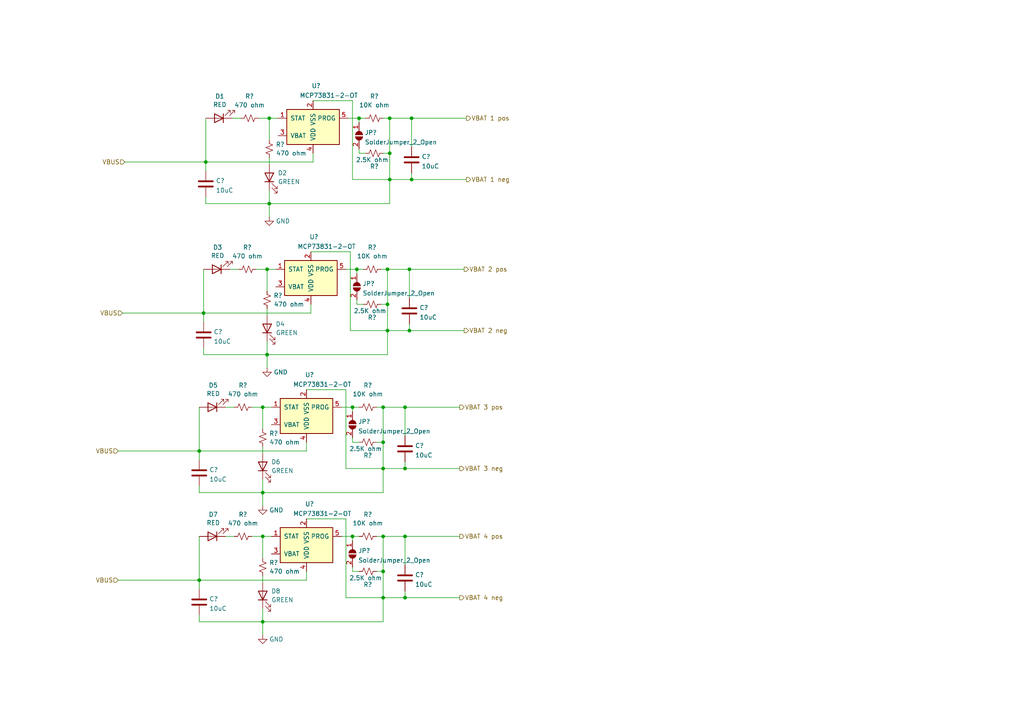
<source format=kicad_sch>
(kicad_sch (version 20211123) (generator eeschema)
  (paper "A4")
  (lib_symbols
    (symbol "Battery_Management:MCP73831-2-OT" (pin_names (offset 1.016))
      (property "Reference" "U" (at -7.62 6.35 0))
      (property "Value" "MCP73831-2-OT" (at 1.27 6.35 0))
      (symbol "MCP73831-2-OT_0_1"
        (rectangle (start -7.62 5.08) (end 7.62 -5.08) (stroke (width 0.254)) (fill (type background)))
      )
      (symbol "MCP73831-2-OT_1_1"
        (pin output line (at 10.16 -2.54 180) (length 2.54) (name "STAT") (number "1"))
        (pin power_in line (at 0 -7.62 90) (length 2.54) (name "VSS") (number "2"))
        (pin power_out line (at 10.16 2.54 180) (length 2.54) (name "VBAT") (number "3"))
        (pin power_in line (at 0 7.62 270) (length 2.54) (name "VDD") (number "4"))
        (pin input line (at -10.16 -2.54 0) (length 2.54) (name "PROG") (number "5"))
      )
    )
    (symbol "Device:C" (pin_numbers hide) (pin_names (offset 0.254))
      (property "Reference" "C" (at 0.635 2.54 0))
      (property "Value" "C" (at 0.635 -2.54 0))
      (symbol "C_0_1"
        (polyline (pts (xy -2.032 -0.762) (xy 2.032 -0.762)) (stroke (width 0.508)))
        (polyline (pts (xy -2.032 0.762) (xy 2.032 0.762)) (stroke (width 0.508)))
      )
      (symbol "C_1_1"
        (pin passive line (at 0 3.81 270) (length 2.794) (name "~") (number "1"))
        (pin passive line (at 0 -3.81 90) (length 2.794) (name "~") (number "2"))
      )
    )
    (symbol "Device:LED" (pin_numbers hide) (pin_names (offset 1.016) hide)
      (property "Reference" "D" (at 0 2.54 0))
      (property "Value" "LED" (at 0 -2.54 0))
      (symbol "LED_0_1"
        (polyline (pts (xy -1.27 -1.27) (xy -1.27 1.27)) (stroke (width 0.254)))
        (polyline (pts (xy -1.27 0) (xy 1.27 0)))
        (polyline (pts (xy 1.27 -1.27) (xy 1.27 1.27) (xy -1.27 0) (xy 1.27 -1.27)) (stroke (width 0.254)))
        (polyline (pts (xy -3.048 -0.762) (xy -4.572 -2.286) (xy -3.81 -2.286) (xy -4.572 -2.286) (xy -4.572 -1.524)))
        (polyline (pts (xy -1.778 -0.762) (xy -3.302 -2.286) (xy -2.54 -2.286) (xy -3.302 -2.286) (xy -3.302 -1.524)))
      )
      (symbol "LED_1_1"
        (pin passive line (at -3.81 0 0) (length 2.54) (name "K") (number "1"))
        (pin passive line (at 3.81 0 180) (length 2.54) (name "A") (number "2"))
      )
    )
    (symbol "Device:R_Small_US" (pin_numbers hide) (pin_names (offset 0.254) hide)
      (property "Reference" "R" (at 0.762 0.508 0))
      (property "Value" "R_Small_US" (at 0.762 -1.016 0))
      (symbol "R_Small_US_1_1"
        (polyline (pts (xy 0 0) (xy 1.016 -0.381) (xy 0 -0.762) (xy -1.016 -1.143) (xy 0 -1.524)))
        (polyline (pts (xy 0 1.524) (xy 1.016 1.143) (xy 0 0.762) (xy -1.016 0.381) (xy 0 0)))
        (pin passive line (at 0 2.54 270) (length 1.016) (name "~") (number "1"))
        (pin passive line (at 0 -2.54 90) (length 1.016) (name "~") (number "2"))
      )
    )
    (symbol "Jumper:SolderJumper_2_Open" (pin_names (offset 0) hide)
      (property "Reference" "JP" (at 0 2.032 0))
      (property "Value" "SolderJumper_2_Open" (at 0 -2.54 0))
      (symbol "SolderJumper_2_Open_0_1"
        (arc (start -0.254 1.016) (mid -1.27 0) (end -0.254 -1.016))
        (arc (start -0.254 1.016) (mid -1.27 0) (end -0.254 -1.016) (fill (type outline)))
        (polyline (pts (xy -0.254 1.016) (xy -0.254 -1.016)))
        (polyline (pts (xy 0.254 1.016) (xy 0.254 -1.016)))
        (arc (start 0.254 -1.016) (mid 1.27 0) (end 0.254 1.016))
        (arc (start 0.254 -1.016) (mid 1.27 0) (end 0.254 1.016) (fill (type outline)))
      )
      (symbol "SolderJumper_2_Open_1_1"
        (pin passive line (at -3.81 0 0) (length 2.54) (name "A") (number "1"))
        (pin passive line (at 3.81 0 180) (length 2.54) (name "B") (number "2"))
      )
    )
    (symbol "power:GND" (power) (pin_names (offset 0))
      (property "Value" "GND" (at 0 -3.81 0))
      (symbol "GND_0_1"
        (polyline (pts (xy 0 0) (xy 0 -1.27) (xy 1.27 -1.27) (xy 0 -2.54) (xy -1.27 -1.27) (xy 0 -1.27)))
      )
      (symbol "GND_1_1"
        (pin power_in line (at 0 0 270) (length 0) hide (name "GND") (number "1"))
      )
    )
  )
  (junction (at 77.47 78.105))
  (junction (at 76.2 118.11))
  (junction (at 78.105 34.29))
  (junction (at 111.125 128.27))
  (junction (at 57.785 168.275))
  (junction (at 117.475 155.575))
  (junction (at 78.105 59.055))
  (junction (at 113.03 52.07))
  (junction (at 118.745 95.885))
  (junction (at 117.475 118.11))
  (junction (at 112.395 95.885))
  (junction (at 111.125 135.89))
  (junction (at 111.125 155.575))
  (junction (at 113.03 44.45))
  (junction (at 77.47 102.87))
  (junction (at 76.2 142.875))
  (junction (at 104.14 34.29))
  (junction (at 117.475 173.355))
  (junction (at 76.2 180.34))
  (junction (at 112.395 88.265))
  (junction (at 102.235 155.575))
  (junction (at 119.38 52.07))
  (junction (at 111.125 173.355))
  (junction (at 117.475 135.89))
  (junction (at 118.745 78.105))
  (junction (at 59.055 90.805))
  (junction (at 103.505 78.105))
  (junction (at 59.69 46.99))
  (junction (at 76.2 155.575))
  (junction (at 57.785 130.81))
  (junction (at 112.395 78.105))
  (junction (at 113.03 34.29))
  (junction (at 119.38 34.29))
  (junction (at 102.235 118.11))
  (junction (at 111.125 118.11))
  (junction (at 111.125 165.735))
  (wire (pts (xy 99.06 155.575) (xy 102.235 155.575)))
  (wire (pts (xy 73.025 118.11) (xy 76.2 118.11)))
  (wire (pts (xy 76.2 167.005) (xy 76.2 168.91)))
  (wire (pts (xy 113.03 52.07) (xy 113.03 59.055)))
  (wire (pts (xy 74.295 78.105) (xy 77.47 78.105)))
  (wire (pts (xy 78.105 45.72) (xy 78.105 47.625)))
  (wire (pts (xy 112.395 78.105) (xy 118.745 78.105)))
  (wire (pts (xy 117.475 135.89) (xy 133.35 135.89)))
  (wire (pts (xy 104.14 34.29) (xy 104.14 35.56)))
  (wire (pts (xy 77.47 78.105) (xy 80.01 78.105)))
  (wire (pts (xy 57.785 155.575) (xy 57.785 168.275)))
  (wire (pts (xy 59.055 78.105) (xy 59.055 90.805)))
  (wire (pts (xy 112.395 95.885) (xy 112.395 102.87)))
  (wire (pts (xy 102.235 155.575) (xy 104.14 155.575)))
  (wire (pts (xy 59.69 34.29) (xy 59.69 46.99)))
  (wire (pts (xy 112.395 78.105) (xy 112.395 88.265)))
  (wire (pts (xy 118.745 95.885) (xy 112.395 95.885)))
  (wire (pts (xy 118.745 93.98) (xy 118.745 95.885)))
  (wire (pts (xy 99.06 118.11) (xy 102.235 118.11)))
  (wire (pts (xy 112.395 88.265) (xy 112.395 95.885)))
  (wire (pts (xy 57.785 130.81) (xy 88.9 130.81)))
  (wire (pts (xy 102.235 118.11) (xy 104.14 118.11)))
  (wire (pts (xy 113.03 34.29) (xy 113.03 44.45)))
  (wire (pts (xy 34.29 130.81) (xy 57.785 130.81)))
  (wire (pts (xy 78.105 34.29) (xy 80.645 34.29)))
  (wire (pts (xy 119.38 52.07) (xy 113.03 52.07)))
  (wire (pts (xy 117.475 171.45) (xy 117.475 173.355)))
  (wire (pts (xy 90.17 73.025) (xy 101.6 73.025)))
  (wire (pts (xy 57.785 168.275) (xy 57.785 170.815)))
  (wire (pts (xy 77.47 89.535) (xy 77.47 91.44)))
  (wire (pts (xy 76.2 155.575) (xy 76.2 161.925)))
  (wire (pts (xy 76.2 118.11) (xy 78.74 118.11)))
  (wire (pts (xy 76.2 142.875) (xy 76.2 146.685)))
  (wire (pts (xy 102.235 118.11) (xy 102.235 119.38)))
  (wire (pts (xy 77.47 99.06) (xy 77.47 102.87)))
  (wire (pts (xy 59.055 90.805) (xy 59.055 93.345)))
  (wire (pts (xy 113.03 44.45) (xy 113.03 52.07)))
  (wire (pts (xy 76.2 129.54) (xy 76.2 131.445)))
  (wire (pts (xy 109.22 128.27) (xy 111.125 128.27)))
  (wire (pts (xy 76.2 139.065) (xy 76.2 142.875)))
  (wire (pts (xy 57.785 130.81) (xy 57.785 133.35)))
  (wire (pts (xy 78.105 34.29) (xy 78.105 40.64)))
  (wire (pts (xy 119.38 50.165) (xy 119.38 52.07)))
  (wire (pts (xy 119.38 34.29) (xy 119.38 42.545)))
  (wire (pts (xy 101.6 95.885) (xy 112.395 95.885)))
  (wire (pts (xy 100.33 135.89) (xy 111.125 135.89)))
  (wire (pts (xy 36.195 46.99) (xy 59.69 46.99)))
  (wire (pts (xy 66.675 78.105) (xy 69.215 78.105)))
  (wire (pts (xy 34.29 168.275) (xy 57.785 168.275)))
  (wire (pts (xy 73.025 155.575) (xy 76.2 155.575)))
  (wire (pts (xy 77.47 102.87) (xy 77.47 106.68)))
  (wire (pts (xy 102.235 155.575) (xy 102.235 156.845)))
  (wire (pts (xy 117.475 155.575) (xy 133.35 155.575)))
  (wire (pts (xy 102.235 128.27) (xy 102.235 127)))
  (wire (pts (xy 77.47 78.105) (xy 77.47 84.455)))
  (wire (pts (xy 35.56 90.805) (xy 59.055 90.805)))
  (wire (pts (xy 65.405 155.575) (xy 67.945 155.575)))
  (wire (pts (xy 103.505 78.105) (xy 105.41 78.105)))
  (wire (pts (xy 110.49 78.105) (xy 112.395 78.105)))
  (wire (pts (xy 59.69 59.055) (xy 78.105 59.055)))
  (wire (pts (xy 104.14 44.45) (xy 104.14 43.18)))
  (wire (pts (xy 57.785 178.435) (xy 57.785 180.34)))
  (wire (pts (xy 117.475 135.89) (xy 111.125 135.89)))
  (wire (pts (xy 117.475 173.355) (xy 133.35 173.355)))
  (wire (pts (xy 57.785 168.275) (xy 88.9 168.275)))
  (wire (pts (xy 57.785 118.11) (xy 57.785 130.81)))
  (wire (pts (xy 59.69 46.99) (xy 90.805 46.99)))
  (wire (pts (xy 117.475 118.11) (xy 133.35 118.11)))
  (wire (pts (xy 119.38 52.07) (xy 135.255 52.07)))
  (wire (pts (xy 117.475 118.11) (xy 117.475 126.365)))
  (wire (pts (xy 67.31 34.29) (xy 69.85 34.29)))
  (wire (pts (xy 104.14 128.27) (xy 102.235 128.27)))
  (wire (pts (xy 111.125 135.89) (xy 111.125 142.875)))
  (wire (pts (xy 88.9 128.27) (xy 88.9 130.81)))
  (wire (pts (xy 118.745 78.105) (xy 118.745 86.36)))
  (wire (pts (xy 106.045 44.45) (xy 104.14 44.45)))
  (wire (pts (xy 78.105 55.245) (xy 78.105 59.055)))
  (wire (pts (xy 111.125 34.29) (xy 113.03 34.29)))
  (wire (pts (xy 111.125 155.575) (xy 111.125 165.735)))
  (wire (pts (xy 57.785 140.97) (xy 57.785 142.875)))
  (wire (pts (xy 111.125 155.575) (xy 117.475 155.575)))
  (wire (pts (xy 111.125 128.27) (xy 111.125 135.89)))
  (wire (pts (xy 103.505 78.105) (xy 103.505 79.375)))
  (wire (pts (xy 59.055 102.87) (xy 77.47 102.87)))
  (wire (pts (xy 100.965 34.29) (xy 104.14 34.29)))
  (wire (pts (xy 111.125 173.355) (xy 111.125 180.34)))
  (wire (pts (xy 76.2 180.34) (xy 111.125 180.34)))
  (wire (pts (xy 111.125 165.735) (xy 111.125 173.355)))
  (wire (pts (xy 59.69 46.99) (xy 59.69 49.53)))
  (wire (pts (xy 119.38 34.29) (xy 135.255 34.29)))
  (wire (pts (xy 118.745 95.885) (xy 134.62 95.885)))
  (wire (pts (xy 90.805 44.45) (xy 90.805 46.99)))
  (wire (pts (xy 100.33 173.355) (xy 111.125 173.355)))
  (wire (pts (xy 76.2 155.575) (xy 78.74 155.575)))
  (wire (pts (xy 102.235 52.07) (xy 113.03 52.07)))
  (wire (pts (xy 117.475 155.575) (xy 117.475 163.83)))
  (wire (pts (xy 57.785 180.34) (xy 76.2 180.34)))
  (wire (pts (xy 104.14 34.29) (xy 106.045 34.29)))
  (wire (pts (xy 104.14 165.735) (xy 102.235 165.735)))
  (wire (pts (xy 90.805 29.21) (xy 102.235 29.21)))
  (wire (pts (xy 111.125 118.11) (xy 111.125 128.27)))
  (wire (pts (xy 102.235 165.735) (xy 102.235 164.465)))
  (wire (pts (xy 100.33 150.495) (xy 100.33 173.355)))
  (wire (pts (xy 76.2 176.53) (xy 76.2 180.34)))
  (wire (pts (xy 76.2 180.34) (xy 76.2 184.15)))
  (wire (pts (xy 113.03 34.29) (xy 119.38 34.29)))
  (wire (pts (xy 111.125 118.11) (xy 117.475 118.11)))
  (wire (pts (xy 111.125 44.45) (xy 113.03 44.45)))
  (wire (pts (xy 88.9 113.03) (xy 100.33 113.03)))
  (wire (pts (xy 109.22 118.11) (xy 111.125 118.11)))
  (wire (pts (xy 59.69 57.15) (xy 59.69 59.055)))
  (wire (pts (xy 78.105 59.055) (xy 78.105 62.865)))
  (wire (pts (xy 78.105 59.055) (xy 113.03 59.055)))
  (wire (pts (xy 65.405 118.11) (xy 67.945 118.11)))
  (wire (pts (xy 105.41 88.265) (xy 103.505 88.265)))
  (wire (pts (xy 57.785 142.875) (xy 76.2 142.875)))
  (wire (pts (xy 100.33 78.105) (xy 103.505 78.105)))
  (wire (pts (xy 77.47 102.87) (xy 112.395 102.87)))
  (wire (pts (xy 88.9 165.735) (xy 88.9 168.275)))
  (wire (pts (xy 74.93 34.29) (xy 78.105 34.29)))
  (wire (pts (xy 117.475 173.355) (xy 111.125 173.355)))
  (wire (pts (xy 88.9 150.495) (xy 100.33 150.495)))
  (wire (pts (xy 110.49 88.265) (xy 112.395 88.265)))
  (wire (pts (xy 102.235 29.21) (xy 102.235 52.07)))
  (wire (pts (xy 103.505 88.265) (xy 103.505 86.995)))
  (wire (pts (xy 109.22 165.735) (xy 111.125 165.735)))
  (wire (pts (xy 76.2 118.11) (xy 76.2 124.46)))
  (wire (pts (xy 101.6 73.025) (xy 101.6 95.885)))
  (wire (pts (xy 100.33 113.03) (xy 100.33 135.89)))
  (wire (pts (xy 109.22 155.575) (xy 111.125 155.575)))
  (wire (pts (xy 59.055 100.965) (xy 59.055 102.87)))
  (wire (pts (xy 117.475 133.985) (xy 117.475 135.89)))
  (wire (pts (xy 76.2 142.875) (xy 111.125 142.875)))
  (wire (pts (xy 59.055 90.805) (xy 90.17 90.805)))
  (wire (pts (xy 118.745 78.105) (xy 134.62 78.105)))
  (wire (pts (xy 90.17 88.265) (xy 90.17 90.805)))
  (hierarchical_label "VBUS" (shape input) (at 35.56 90.805 180))
  (hierarchical_label "VBAT 3 neg" (shape output) (at 133.35 135.89 0))
  (hierarchical_label "VBAT 2 pos" (shape output) (at 134.62 78.105 0))
  (hierarchical_label "VBUS" (shape input) (at 34.29 168.275 180))
  (hierarchical_label "VBAT 1 neg" (shape output) (at 135.255 52.07 0))
  (hierarchical_label "VBAT 4 pos" (shape output) (at 133.35 155.575 0))
  (hierarchical_label "VBAT 3 pos" (shape output) (at 133.35 118.11 0))
  (hierarchical_label "VBAT 4 neg" (shape output) (at 133.35 173.355 0))
  (hierarchical_label "VBAT 1 pos" (shape output) (at 135.255 34.29 0))
  (hierarchical_label "VBUS" (shape input) (at 36.195 46.99 180))
  (hierarchical_label "VBUS" (shape input) (at 34.29 130.81 180))
  (hierarchical_label "VBAT 2 neg" (shape output) (at 134.62 95.885 0))
  (symbol (lib_id "Device:LED") (at 76.2 135.255 90) (unit 1)
    (property "Reference" "D6" (at 80.01 133.985 90))
    (property "Value" "GREEN" (at 81.915 136.525 90))
    (property "Footprint" "LED_SMD:LED_0805_2012Metric" (effects hide))
  )
  (symbol (lib_id "Device:C") (at 117.475 130.175 0) (unit 1)
    (property "Reference" "C?" (at 120.396 129.2665 0) (effects (justify left)))
    (property "Value" "10uC" (at 120.396 132.0416 0) (effects (justify left)))
    (property "Footprint" "Capacitor_SMD:C_0805_2012Metric" (effects hide))
  )
  (symbol (lib_id "Device:R_Small_US") (at 106.68 155.575 90) (unit 1)
    (property "Reference" "R?" (at 106.68 149.225 90))
    (property "Value" "10K ohm" (at 106.68 151.765 90))
    (property "Footprint" "Resistor_SMD:R_0805_2012Metric" (effects hide))
  )
  (symbol (lib_id "Device:R_Small_US") (at 77.47 86.995 180) (unit 1)
    (property "Reference" "R?" (at 80.645 85.725 0))
    (property "Value" "470 ohm" (at 83.82 88.265 0))
    (property "Footprint" "Resistor_SMD:R_0805_2012Metric" (effects hide))
  )
  (symbol (lib_id "Device:LED") (at 61.595 118.11 180) (unit 1)
    (property "Reference" "D5" (at 61.849 111.76 0))
    (property "Value" "RED" (at 61.849 114.173 0))
    (property "Footprint" "LED_SMD:LED_0805_2012Metric" (effects hide))
  )
  (symbol (lib_id "Device:R_Small_US") (at 106.68 118.11 90) (unit 1)
    (property "Reference" "R?" (at 106.68 111.76 90))
    (property "Value" "10K ohm" (at 106.68 114.3 90))
    (property "Footprint" "Resistor_SMD:R_0805_2012Metric" (effects hide))
  )
  (symbol (lib_id "Device:R_Small_US") (at 108.585 34.29 90) (unit 1)
    (property "Reference" "R?" (at 108.585 27.94 90))
    (property "Value" "10K ohm" (at 108.585 30.48 90))
    (property "Footprint" "Resistor_SMD:R_0805_2012Metric" (effects hide))
  )
  (symbol (lib_id "Device:R_Small_US") (at 108.585 44.45 90) (unit 1)
    (property "Reference" "R?" (at 108.585 48.26 90))
    (property "Value" "2.5K ohm" (at 107.95 46.355 90))
    (property "Footprint" "Resistor_SMD:R_0805_2012Metric" (effects hide))
  )
  (symbol (lib_id "Device:C") (at 59.69 53.34 0) (unit 1)
    (property "Reference" "C?" (at 62.611 52.4315 0) (effects (justify left)))
    (property "Value" "10uC" (at 62.611 55.2066 0) (effects (justify left)))
    (property "Footprint" "Capacitor_SMD:C_0805_2012Metric" (effects hide))
  )
  (symbol (lib_id "Device:R_Small_US") (at 76.2 164.465 180) (unit 1)
    (property "Reference" "R?" (at 79.375 163.195 0))
    (property "Value" "470 ohm" (at 82.55 165.735 0))
    (property "Footprint" "Resistor_SMD:R_0805_2012Metric" (effects hide))
  )
  (symbol (lib_id "Device:C") (at 117.475 167.64 0) (unit 1)
    (property "Reference" "C?" (at 120.396 166.7315 0) (effects (justify left)))
    (property "Value" "10uC" (at 120.396 169.5066 0) (effects (justify left)))
    (property "Footprint" "Capacitor_SMD:C_0805_2012Metric" (effects hide))
  )
  (symbol (lib_id "Device:LED") (at 78.105 51.435 90) (unit 1)
    (property "Reference" "D2" (at 81.915 50.165 90))
    (property "Value" "GREEN" (at 83.82 52.705 90))
    (property "Footprint" "LED_SMD:LED_0805_2012Metric" (effects hide))
  )
  (symbol (lib_id "Device:R_Small_US") (at 76.2 127 180) (unit 1)
    (property "Reference" "R?" (at 79.375 125.73 0))
    (property "Value" "470 ohm" (at 82.55 128.27 0))
    (property "Footprint" "Resistor_SMD:R_0805_2012Metric" (effects hide))
  )
  (symbol (lib_id "Device:LED") (at 61.595 155.575 180) (unit 1)
    (property "Reference" "D7" (at 61.849 149.225 0))
    (property "Value" "RED" (at 61.849 151.638 0))
    (property "Footprint" "LED_SMD:LED_0805_2012Metric" (effects hide))
  )
  (symbol (lib_id "Battery_Management:MCP73831-2-OT") (at 90.17 80.645 180) (unit 1)
    (property "Reference" "U?" (at 91.059 68.707 0))
    (property "Value" "MCP73831-2-OT" (at 94.742 71.501 0))
    (property "Footprint" "Package_TO_SOT_SMD:SOT-23-5" (effects hide))
    (property "Datasheet" "http://ww1.microchip.com/downloads/en/DeviceDoc/20001984g.pdf" (effects hide))
  )
  (symbol (lib_id "Device:C") (at 118.745 90.17 0) (unit 1)
    (property "Reference" "C?" (at 121.666 89.2615 0) (effects (justify left)))
    (property "Value" "10uC" (at 121.666 92.0366 0) (effects (justify left)))
    (property "Footprint" "Capacitor_SMD:C_0805_2012Metric" (effects hide))
  )
  (symbol (lib_id "power:GND") (at 76.2 184.15 0) (unit 1)
    (property "Reference" "#PWR?" (effects hide))
    (property "Value" "GND" (at 78.105 185.4199 0) (effects (justify left)))
  )
  (symbol (lib_id "Battery_Management:MCP73831-2-OT") (at 88.9 158.115 180) (unit 1)
    (property "Reference" "U?" (at 89.789 146.177 0))
    (property "Value" "MCP73831-2-OT" (at 93.472 148.971 0))
    (property "Footprint" "Package_TO_SOT_SMD:SOT-23-5" (effects hide))
    (property "Datasheet" "http://ww1.microchip.com/downloads/en/DeviceDoc/20001984g.pdf" (effects hide))
  )
  (symbol (lib_id "power:GND") (at 78.105 62.865 0) (unit 1)
    (property "Reference" "#PWR?" (effects hide))
    (property "Value" "GND" (at 80.01 64.1349 0) (effects (justify left)))
  )
  (symbol (lib_id "Device:R_Small_US") (at 106.68 128.27 90) (unit 1)
    (property "Reference" "R?" (at 106.68 132.08 90))
    (property "Value" "2.5K ohm" (at 106.045 130.175 90))
    (property "Footprint" "Resistor_SMD:R_0805_2012Metric" (effects hide))
  )
  (symbol (lib_id "Device:C") (at 57.785 174.625 0) (unit 1)
    (property "Reference" "C?" (at 60.706 173.7165 0) (effects (justify left)))
    (property "Value" "10uC" (at 60.706 176.4916 0) (effects (justify left)))
    (property "Footprint" "Capacitor_SMD:C_0805_2012Metric" (effects hide))
  )
  (symbol (lib_id "Device:C") (at 119.38 46.355 0) (unit 1)
    (property "Reference" "C?" (at 122.301 45.4465 0) (effects (justify left)))
    (property "Value" "10uC" (at 122.301 48.2216 0) (effects (justify left)))
    (property "Footprint" "Capacitor_SMD:C_0805_2012Metric" (effects hide))
  )
  (symbol (lib_id "Jumper:SolderJumper_2_Open") (at 103.505 83.185 270) (unit 1)
    (property "Reference" "JP?" (at 105.156 82.2765 90) (effects (justify left)))
    (property "Value" "SolderJumper_2_Open" (at 105.156 85.0516 90) (effects (justify left)))
    (property "Footprint" "Jumper:SolderJumper-2_P1.3mm_Open_RoundedPad1.0x1.5mm" (effects hide))
  )
  (symbol (lib_id "Jumper:SolderJumper_2_Open") (at 104.14 39.37 270) (unit 1)
    (property "Reference" "JP?" (at 105.791 38.4615 90) (effects (justify left)))
    (property "Value" "SolderJumper_2_Open" (at 105.791 41.2366 90) (effects (justify left)))
    (property "Footprint" "Jumper:SolderJumper-2_P1.3mm_Open_RoundedPad1.0x1.5mm" (effects hide))
  )
  (symbol (lib_id "Battery_Management:MCP73831-2-OT") (at 88.9 120.65 180) (unit 1)
    (property "Reference" "U?" (at 89.789 108.712 0))
    (property "Value" "MCP73831-2-OT" (at 93.472 111.506 0))
    (property "Footprint" "Package_TO_SOT_SMD:SOT-23-5" (effects hide))
    (property "Datasheet" "http://ww1.microchip.com/downloads/en/DeviceDoc/20001984g.pdf" (effects hide))
  )
  (symbol (lib_id "Device:LED") (at 62.865 78.105 180) (unit 1)
    (property "Reference" "D3" (at 63.119 71.755 0))
    (property "Value" "RED" (at 63.119 74.168 0))
    (property "Footprint" "LED_SMD:LED_0805_2012Metric" (effects hide))
  )
  (symbol (lib_id "power:GND") (at 76.2 146.685 0) (unit 1)
    (property "Reference" "#PWR?" (effects hide))
    (property "Value" "GND" (at 78.105 147.9549 0) (effects (justify left)))
  )
  (symbol (lib_id "Device:C") (at 57.785 137.16 0) (unit 1)
    (property "Reference" "C?" (at 60.706 136.2515 0) (effects (justify left)))
    (property "Value" "10uC" (at 60.706 139.0266 0) (effects (justify left)))
    (property "Footprint" "Capacitor_SMD:C_0805_2012Metric" (effects hide))
  )
  (symbol (lib_id "Jumper:SolderJumper_2_Open") (at 102.235 160.655 270) (unit 1)
    (property "Reference" "JP?" (at 103.886 159.7465 90) (effects (justify left)))
    (property "Value" "SolderJumper_2_Open" (at 103.886 162.5216 90) (effects (justify left)))
    (property "Footprint" "Jumper:SolderJumper-2_P1.3mm_Open_RoundedPad1.0x1.5mm" (effects hide))
  )
  (symbol (lib_id "Jumper:SolderJumper_2_Open") (at 102.235 123.19 270) (unit 1)
    (property "Reference" "JP?" (at 103.886 122.2815 90) (effects (justify left)))
    (property "Value" "SolderJumper_2_Open" (at 103.886 125.0566 90) (effects (justify left)))
    (property "Footprint" "Jumper:SolderJumper-2_P1.3mm_Open_RoundedPad1.0x1.5mm" (effects hide))
  )
  (symbol (lib_id "Battery_Management:MCP73831-2-OT") (at 90.805 36.83 180) (unit 1)
    (property "Reference" "U?" (at 91.694 24.892 0))
    (property "Value" "MCP73831-2-OT" (at 95.377 27.686 0))
    (property "Footprint" "Package_TO_SOT_SMD:SOT-23-5" (effects hide))
    (property "Datasheet" "http://ww1.microchip.com/downloads/en/DeviceDoc/20001984g.pdf" (effects hide))
  )
  (symbol (lib_id "Device:R_Small_US") (at 72.39 34.29 90) (unit 1)
    (property "Reference" "R?" (at 72.39 27.94 90))
    (property "Value" "470 ohm" (at 72.39 30.48 90))
    (property "Footprint" "Resistor_SMD:R_0805_2012Metric" (effects hide))
  )
  (symbol (lib_id "Device:C") (at 59.055 97.155 0) (unit 1)
    (property "Reference" "C?" (at 61.976 96.2465 0) (effects (justify left)))
    (property "Value" "10uC" (at 61.976 99.0216 0) (effects (justify left)))
    (property "Footprint" "Capacitor_SMD:C_0805_2012Metric" (effects hide))
  )
  (symbol (lib_id "Device:R_Small_US") (at 107.95 88.265 90) (unit 1)
    (property "Reference" "R?" (at 107.95 92.075 90))
    (property "Value" "2.5K ohm" (at 107.315 90.17 90))
    (property "Footprint" "Resistor_SMD:R_0805_2012Metric" (effects hide))
  )
  (symbol (lib_id "Device:LED") (at 63.5 34.29 180) (unit 1)
    (property "Reference" "D1" (at 63.754 27.94 0))
    (property "Value" "RED" (at 63.754 30.353 0))
    (property "Footprint" "LED_SMD:LED_0805_2012Metric" (effects hide))
  )
  (symbol (lib_id "power:GND") (at 77.47 106.68 0) (unit 1)
    (property "Reference" "#PWR?" (effects hide))
    (property "Value" "GND" (at 79.375 107.9499 0) (effects (justify left)))
  )
  (symbol (lib_id "Device:R_Small_US") (at 106.68 165.735 90) (unit 1)
    (property "Reference" "R?" (at 106.68 169.545 90))
    (property "Value" "2.5K ohm" (at 106.045 167.64 90))
    (property "Footprint" "Resistor_SMD:R_0805_2012Metric" (effects hide))
  )
  (symbol (lib_id "Device:R_Small_US") (at 70.485 118.11 90) (unit 1)
    (property "Reference" "R?" (at 70.485 111.76 90))
    (property "Value" "470 ohm" (at 70.485 114.3 90))
    (property "Footprint" "Resistor_SMD:R_0805_2012Metric" (effects hide))
  )
  (symbol (lib_id "Device:R_Small_US") (at 107.95 78.105 90) (unit 1)
    (property "Reference" "R?" (at 107.95 71.755 90))
    (property "Value" "10K ohm" (at 107.95 74.295 90))
    (property "Footprint" "Resistor_SMD:R_0805_2012Metric" (effects hide))
  )
  (symbol (lib_id "Device:R_Small_US") (at 70.485 155.575 90) (unit 1)
    (property "Reference" "R?" (at 70.485 149.225 90))
    (property "Value" "470 ohm" (at 70.485 151.765 90))
    (property "Footprint" "Resistor_SMD:R_0805_2012Metric" (effects hide))
  )
  (symbol (lib_id "Device:LED") (at 76.2 172.72 90) (unit 1)
    (property "Reference" "D8" (at 80.01 171.45 90))
    (property "Value" "GREEN" (at 81.915 173.99 90))
    (property "Footprint" "LED_SMD:LED_0805_2012Metric" (effects hide))
  )
  (symbol (lib_id "Device:R_Small_US") (at 71.755 78.105 90) (unit 1)
    (property "Reference" "R?" (at 71.755 71.755 90))
    (property "Value" "470 ohm" (at 71.755 74.295 90))
    (property "Footprint" "Resistor_SMD:R_0805_2012Metric" (effects hide))
  )
  (symbol (lib_id "Device:R_Small_US") (at 78.105 43.18 180) (unit 1)
    (property "Reference" "R?" (at 81.28 41.91 0))
    (property "Value" "470 ohm" (at 84.455 44.45 0))
    (property "Footprint" "Resistor_SMD:R_0805_2012Metric" (effects hide))
  )
  (symbol (lib_id "Device:LED") (at 77.47 95.25 90) (unit 1)
    (property "Reference" "D4" (at 81.28 93.98 90))
    (property "Value" "GREEN" (at 83.185 96.52 90))
    (property "Footprint" "LED_SMD:LED_0805_2012Metric" (effects hide))
  )
)
</source>
